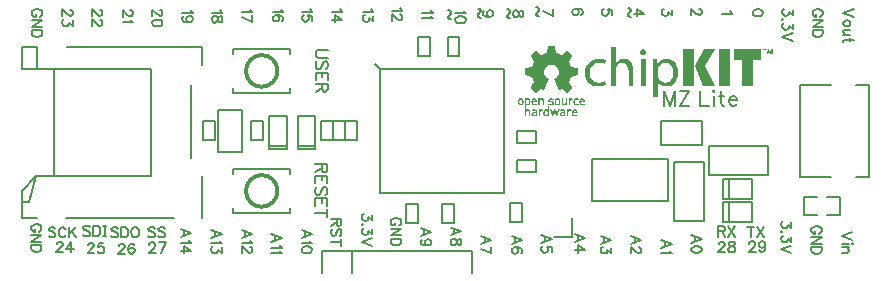
<source format=gto>
G04 start of page 9 for group -4079 idx -4079 *
G04 Title: (unknown), topsilk *
G04 Creator: pcb 1.99z *
G04 CreationDate: Mon Jul 22 15:03:27 2019 UTC *
G04 For: matt *
G04 Format: Gerber/RS-274X *
G04 PCB-Dimensions (mm): 152.40 127.00 *
G04 PCB-Coordinate-Origin: lower left *
%MOMM*%
%FSLAX43Y43*%
%LNTOPSILK*%
%ADD45C,0.300*%
%ADD44C,0.150*%
%ADD43C,0.002*%
%ADD42C,0.140*%
%ADD41C,0.150*%
G54D41*X59690Y57785D02*Y59690D01*
X72390D01*
Y57785D01*
X62230Y59690D02*Y57785D01*
G54D42*X84274Y80118D02*Y79702D01*
Y80118D02*X83899Y80160D01*
X83941Y80118D01*
X83982Y79994D01*
Y79869D01*
X83941Y79744D01*
X83858Y79661D01*
X83733Y79619D01*
X83650D02*X83733D01*
X83650D02*X83525Y79661D01*
X83442Y79744D01*
X83400Y79869D01*
Y79994D02*Y79869D01*
Y79994D02*X83442Y80118D01*
X83483Y80160D01*
X83566Y80202D01*
X81669Y79690D02*X81752Y79732D01*
X81793Y79857D01*
Y79940D02*Y79857D01*
Y79940D02*X81752Y80065D01*
X81627Y80148D01*
X81419Y80189D01*
X81211D02*X81419D01*
X81211D02*X81045Y80148D01*
X80961Y80065D01*
X80920Y79940D01*
Y79898D01*
X80961Y79773D01*
X81045Y79690D01*
X81170Y79649D01*
X81211D01*
X81336Y79690D01*
X81419Y79773D01*
X81460Y79898D01*
Y79940D02*Y79898D01*
Y79940D02*X81419Y80065D01*
X81336Y80148D01*
X81211Y80189D01*
X79274Y79564D02*X78400Y79980D01*
X79274Y80146D02*Y79564D01*
X73916Y79524D02*X73791Y79566D01*
X73708Y79649D01*
X73666Y79774D01*
Y79815D02*Y79774D01*
Y79815D02*X73708Y79940D01*
X73791Y80024D01*
X73916Y80065D01*
X73957D01*
X74082Y80024D01*
X74166Y79940D01*
X74207Y79815D01*
Y79774D01*
X74166Y79649D01*
X74082Y79566D01*
X73916Y79524D01*
X73708D02*X73916D01*
X73708D02*X73500Y79566D01*
X73375Y79649D01*
X73333Y79774D01*
Y79857D02*Y79774D01*
Y79857D02*X73375Y79982D01*
X73458Y80024D01*
X71725Y80027D02*X71767Y79944D01*
X71891Y79819D01*
X71018D02*X71891D01*
Y79307D02*X71850Y79432D01*
X71725Y79515D01*
X71517Y79557D01*
X71392D02*X71517D01*
X71392D02*X71184Y79515D01*
X71059Y79432D01*
X71018Y79307D01*
Y79224D01*
X71059Y79099D01*
X71184Y79016D01*
X71392Y78974D01*
X71517D01*
X71725Y79016D01*
X71850Y79099D01*
X71891Y79224D01*
Y79307D02*Y79224D01*
X68924Y80065D02*X68965Y79982D01*
X69090Y79857D01*
X68216D02*X69090D01*
X68924Y79595D02*X68965Y79512D01*
X69090Y79387D01*
X68216D02*X69090D01*
X72904Y80200D02*X72987D01*
X73112Y80158D01*
X73154Y80075D01*
Y79992D01*
X73112Y79909D01*
X72987Y79742D01*
X72946Y79659D01*
Y79576D01*
X72987Y79493D01*
X73071Y79451D01*
X72987Y80200D02*X73071Y80158D01*
X73112Y80075D01*
Y79992D01*
X73071Y79909D01*
X72946Y79742D01*
X72904Y79659D01*
Y79576D01*
X72946Y79493D01*
X73071Y79451D01*
X73154D01*
X70404Y80050D02*X70487D01*
X70612Y80008D01*
X70654Y79925D01*
Y79842D01*
X70612Y79759D01*
X70487Y79592D01*
X70446Y79509D01*
Y79426D01*
X70487Y79343D01*
X70571Y79301D01*
X70487Y80050D02*X70571Y80008D01*
X70612Y79925D01*
Y79842D01*
X70571Y79759D01*
X70446Y79592D01*
X70404Y79509D01*
Y79426D01*
X70446Y79343D01*
X70571Y79301D01*
X70654D01*
X59472Y76716D02*X60190D01*
X59472D02*X59328Y76668D01*
X59233Y76573D01*
X59184Y76429D01*
Y76333D01*
X59233Y76189D01*
X59328Y76093D01*
X59472Y76046D01*
X60190D01*
X60046Y75073D02*X60142Y75169D01*
X60190Y75313D01*
Y75505D02*Y75313D01*
Y75505D02*X60142Y75648D01*
X60046Y75744D01*
X59951D02*X60046D01*
X59951D02*X59855Y75696D01*
X59807Y75648D01*
X59759Y75552D01*
X59664Y75265D01*
X59616Y75169D01*
X59568Y75122D01*
X59472Y75073D01*
X59328D02*X59472D01*
X59328D02*X59233Y75169D01*
X59184Y75313D01*
Y75505D02*Y75313D01*
Y75505D02*X59233Y75648D01*
X59328Y75744D01*
X59184Y74772D02*X60190D01*
Y74149D01*
X59711Y74772D02*Y74389D01*
X59184Y74772D02*Y74149D01*
Y73847D02*X60190D01*
Y73416D01*
X60142Y73273D01*
X60095Y73225D01*
X59999Y73177D01*
X59903D02*X59999D01*
X59903D02*X59807Y73225D01*
X59759Y73273D01*
X59711Y73416D01*
Y73847D02*Y73416D01*
Y73512D02*X59184Y73177D01*
X77854Y80300D02*X77937D01*
X78062Y80258D01*
X78104Y80175D01*
Y80092D01*
X78062Y80009D01*
X77937Y79842D01*
X77896Y79759D01*
Y79676D01*
X77937Y79593D01*
X78021Y79551D01*
X77937Y80300D02*X78021Y80258D01*
X78062Y80175D01*
Y80092D01*
X78021Y80009D01*
X77896Y79842D01*
X77854Y79759D01*
Y79676D01*
X77896Y79593D01*
X78021Y79551D01*
X78104D01*
X75404Y80150D02*X75487D01*
X75612Y80108D01*
X75654Y80025D01*
Y79942D01*
X75612Y79859D01*
X75487Y79692D01*
X75446Y79609D01*
Y79526D01*
X75487Y79443D01*
X75571Y79401D01*
X75487Y80150D02*X75571Y80108D01*
X75612Y80025D01*
Y79942D01*
X75571Y79859D01*
X75446Y79692D01*
X75404Y79609D01*
Y79526D01*
X75446Y79443D01*
X75571Y79401D01*
X75654D01*
X76764Y79869D02*X76722Y79994D01*
X76639Y80036D01*
X76556D02*X76639D01*
X76556D02*X76473Y79994D01*
X76431Y79911D01*
X76390Y79744D01*
X76348Y79619D01*
X76265Y79536D01*
X76182Y79495D01*
X76057D02*X76182D01*
X76057D02*X75974Y79536D01*
X75932Y79578D01*
X75890Y79703D01*
Y79869D02*Y79703D01*
Y79869D02*X75932Y79994D01*
X75974Y80036D01*
X76057Y80077D01*
X76182D01*
X76265Y80036D01*
X76348Y79953D01*
X76390Y79828D01*
X76431Y79661D01*
X76473Y79578D01*
X76556Y79536D01*
X76639D01*
X76722Y79578D01*
X76764Y79703D01*
Y79869D02*Y79703D01*
X99553Y80091D02*Y79634D01*
X99220Y79883D01*
Y79758D01*
X99179Y79675D01*
X99137Y79634D01*
X99013Y79592D01*
X98930D02*X99013D01*
X98930D02*X98805Y79634D01*
X98721Y79717D01*
X98680Y79842D01*
Y79966D02*Y79842D01*
Y79966D02*X98721Y80091D01*
X98763Y80133D01*
X98846Y80174D01*
X98745Y79288D02*X98703Y79330D01*
X98662Y79288D01*
X98703Y79247D01*
X98745Y79288D01*
X99553Y78902D02*Y78444D01*
X99220Y78694D01*
Y78569D01*
X99179Y78486D01*
X99137Y78444D01*
X99013Y78402D01*
X98930D02*X99013D01*
X98930D02*X98805Y78444D01*
X98721Y78527D01*
X98680Y78652D01*
Y78777D02*Y78652D01*
Y78777D02*X98721Y78902D01*
X98763Y78943D01*
X98846Y78985D01*
X99553Y78140D02*X98680Y77807D01*
X99553Y77474D02*X98680Y77807D01*
X104724Y80163D02*X103850Y79831D01*
X104724Y79498D02*X103850Y79831D01*
X104432Y79028D02*X104391Y79111D01*
X104308Y79194D01*
X104183Y79235D01*
X104100D02*X104183D01*
X104100D02*X103975Y79194D01*
X103892Y79111D01*
X103850Y79028D01*
Y78903D01*
X103892Y78820D01*
X103975Y78737D01*
X104100Y78695D01*
X104183D01*
X104308Y78737D01*
X104391Y78820D01*
X104432Y78903D01*
Y79028D02*Y78903D01*
X104017Y78433D02*X104432D01*
X104017D02*X103892Y78391D01*
X103850Y78308D01*
Y78183D01*
X103892Y78100D01*
X104017Y77975D01*
X103850D02*X104432D01*
X104016Y77588D02*X104724D01*
X104016D02*X103892Y77547D01*
X103850Y77463D01*
Y77380D01*
X104432Y77713D02*Y77422D01*
X101912Y79509D02*X101995Y79551D01*
X102078Y79634D01*
X102120Y79717D01*
Y79884D02*Y79717D01*
Y79884D02*X102078Y79967D01*
X101995Y80050D01*
X101912Y80092D01*
X101787Y80133D01*
X101579D02*X101787D01*
X101579D02*X101454Y80092D01*
X101371Y80050D01*
X101288Y79967D01*
X101246Y79884D01*
Y79717D01*
X101288Y79634D01*
X101371Y79551D01*
X101454Y79509D01*
X101579D01*
Y79717D02*Y79509D01*
X101246Y79247D02*X102120D01*
X101246Y78665D01*
X102120D01*
X101246Y78403D02*X102120D01*
Y78111D01*
X102078Y77986D01*
X101995Y77903D01*
X101912Y77862D01*
X101787Y77820D01*
X101579D02*X101787D01*
X101579D02*X101454Y77862D01*
X101371Y77903D01*
X101288Y77986D01*
X101246Y78111D01*
Y78403D02*Y78111D01*
X97047Y79887D02*X97005Y80012D01*
X96881Y80095D01*
X96673Y80137D01*
X96548D02*X96673D01*
X96548D02*X96340Y80095D01*
X96215Y80012D01*
X96173Y79887D01*
Y79804D01*
X96215Y79679D01*
X96340Y79596D01*
X96548Y79554D01*
X96673D01*
X96881Y79596D01*
X97005Y79679D01*
X97047Y79804D01*
Y79887D02*Y79804D01*
X94292Y79993D02*X94334Y79910D01*
X94459Y79785D01*
X93585D02*X94459D01*
X91657Y80165D02*X91698D01*
X91781Y80124D01*
X91823Y80082D01*
X91865Y79999D01*
Y79833D01*
X91823Y79749D01*
X91781Y79708D01*
X91698Y79666D01*
X91615D02*X91698D01*
X91615D02*X91532Y79708D01*
X91407Y79791D01*
X90991Y80207D01*
Y79625D01*
X89354Y80115D02*Y79657D01*
X89021Y79907D01*
Y79782D01*
X88979Y79699D01*
X88938Y79657D01*
X88813Y79615D01*
X88730D02*X88813D01*
X88730D02*X88605Y79657D01*
X88522Y79740D01*
X88480Y79865D01*
Y79990D02*Y79865D01*
Y79990D02*X88522Y80115D01*
X88563Y80156D01*
X88646Y80198D01*
X86964Y79779D02*X86381Y80195D01*
Y79571D01*
X86090Y79779D02*X86964D01*
X85604Y80250D02*X85687D01*
X85812Y80208D01*
X85854Y80125D01*
Y80042D01*
X85812Y79959D01*
X85687Y79792D01*
X85646Y79709D01*
Y79626D01*
X85687Y79543D01*
X85771Y79501D01*
X85687Y80250D02*X85771Y80208D01*
X85812Y80125D01*
Y80042D01*
X85771Y79959D01*
X85646Y79792D01*
X85604Y79709D01*
Y79626D01*
X85646Y79543D01*
X85771Y79501D01*
X85854D01*
X88675Y73224D02*Y71985D01*
Y73224D02*X89147Y71985D01*
X89620Y73224D02*X89147Y71985D01*
X89620Y73224D02*Y71985D01*
X90818Y73224D02*X89992Y71985D01*
Y73224D02*X90818D01*
X89992Y71985D02*X90818D01*
X91747Y73224D02*Y71985D01*
X92455D01*
X92886Y72814D02*Y71988D01*
X92827Y73227D02*X92886Y73168D01*
X92945Y73227D01*
X92886Y73286D01*
X92827Y73227D01*
X93495Y73224D02*Y72221D01*
X93553Y72044D01*
X93671Y71985D01*
X93790D01*
X93317Y72811D02*X93730D01*
X94161Y72457D02*X94869D01*
Y72575D02*Y72457D01*
Y72575D02*X94810Y72693D01*
X94751Y72752D01*
X94633Y72811D01*
X94456D02*X94633D01*
X94456D02*X94338Y72752D01*
X94220Y72634D01*
X94161Y72457D01*
Y72339D01*
X94220Y72162D01*
X94338Y72044D01*
X94456Y71985D01*
X94633D01*
X94751Y72044D01*
X94869Y72162D01*
X53812Y61149D02*X52938Y61482D01*
X53812Y61149D02*X52938Y60816D01*
X53229Y61357D02*Y60941D01*
X53645Y60554D02*X53687Y60471D01*
X53812Y60346D01*
X52938D02*X53812D01*
X53604Y60043D02*X53645D01*
X53728Y60001D01*
X53770Y59960D01*
X53812Y59876D01*
Y59710D01*
X53770Y59627D01*
X53728Y59585D01*
X53645Y59544D01*
X53562D02*X53645D01*
X53562D02*X53479Y59585D01*
X53354Y59668D01*
X52938Y60084D01*
Y59502D01*
X56312Y60749D02*X55438Y61082D01*
X56312Y60749D02*X55438Y60416D01*
X55729Y60957D02*Y60541D01*
X56145Y60154D02*X56187Y60071D01*
X56312Y59946D01*
X55438D02*X56312D01*
X56145Y59684D02*X56187Y59601D01*
X56312Y59476D01*
X55438D02*X56312D01*
X58862Y61149D02*X57988Y61482D01*
X58862Y61149D02*X57988Y60816D01*
X58279Y61357D02*Y60941D01*
X58695Y60554D02*X58737Y60471D01*
X58862Y60346D01*
X57988D02*X58862D01*
Y59835D02*X58820Y59959D01*
X58695Y60043D01*
X58487Y60084D01*
X58363D02*X58487D01*
X58363D02*X58154Y60043D01*
X58030Y59959D01*
X57988Y59835D01*
Y59751D01*
X58030Y59627D01*
X58154Y59543D01*
X58363Y59502D01*
X58487D01*
X58695Y59543D01*
X58820Y59627D01*
X58862Y59751D01*
Y59835D02*Y59751D01*
X60488Y62417D02*X61362D01*
Y62043D01*
X61320Y61918D01*
X61278Y61876D01*
X61195Y61835D01*
X61112D02*X61195D01*
X61112D02*X61029Y61876D01*
X60987Y61918D01*
X60946Y62043D01*
Y62417D02*Y62043D01*
Y62126D02*X60488Y61835D01*
X61237Y60990D02*X61320Y61074D01*
X61362Y61198D01*
Y61365D02*Y61198D01*
Y61365D02*X61320Y61490D01*
X61237Y61573D01*
X61154D02*X61237D01*
X61154D02*X61070Y61532D01*
X61029Y61490D01*
X60987Y61406D01*
X60904Y61157D01*
X60862Y61074D01*
X60821Y61032D01*
X60738Y60990D01*
X60613D02*X60738D01*
X60613D02*X60530Y61074D01*
X60488Y61198D01*
Y61365D02*Y61198D01*
Y61365D02*X60530Y61490D01*
X60613Y61573D01*
X60488Y60437D02*X61362D01*
Y60728D02*Y60146D01*
X63962Y62734D02*Y62277D01*
X63629Y62526D01*
Y62401D01*
X63587Y62318D01*
X63546Y62277D01*
X63421Y62235D01*
X63338D02*X63421D01*
X63338D02*X63213Y62277D01*
X63130Y62360D01*
X63088Y62485D01*
Y62609D02*Y62485D01*
Y62609D02*X63130Y62734D01*
X63171Y62776D01*
X63254Y62817D01*
X63153Y61931D02*X63112Y61973D01*
X63070Y61931D01*
X63112Y61890D01*
X63153Y61931D01*
X63962Y61545D02*Y61087D01*
X63629Y61337D01*
Y61212D01*
X63587Y61129D01*
X63546Y61087D01*
X63421Y61045D01*
X63338D02*X63421D01*
X63338D02*X63213Y61087D01*
X63130Y61170D01*
X63088Y61295D01*
Y61420D02*Y61295D01*
Y61420D02*X63130Y61545D01*
X63171Y61586D01*
X63254Y61628D01*
X63962Y60783D02*X63088Y60450D01*
X63962Y60117D02*X63088Y60450D01*
X66204Y61843D02*X66287Y61885D01*
X66370Y61968D01*
X66412Y62051D01*
Y62218D02*Y62051D01*
Y62218D02*X66370Y62301D01*
X66287Y62384D01*
X66204Y62426D01*
X66079Y62467D01*
X65871D02*X66079D01*
X65871D02*X65746Y62426D01*
X65663Y62384D01*
X65580Y62301D01*
X65538Y62218D01*
Y62051D01*
X65580Y61968D01*
X65663Y61885D01*
X65746Y61843D01*
X65871D01*
Y62051D02*Y61843D01*
X65538Y61581D02*X66412D01*
X65538Y60999D01*
X66412D01*
X65538Y60737D02*X66412D01*
Y60445D01*
X66370Y60320D01*
X66287Y60237D01*
X66204Y60196D01*
X66079Y60154D01*
X65871D02*X66079D01*
X65871D02*X65746Y60196D01*
X65663Y60237D01*
X65580Y60320D01*
X65538Y60445D01*
Y60737D02*Y60445D01*
X68962Y61284D02*X68088Y61617D01*
X68962Y61284D02*X68088Y60951D01*
X68379Y61492D02*Y61076D01*
X68670Y60149D02*X68546Y60190D01*
X68463Y60273D01*
X68421Y60398D01*
Y60440D02*Y60398D01*
Y60440D02*X68463Y60565D01*
X68546Y60648D01*
X68670Y60689D01*
X68712D01*
X68837Y60648D01*
X68920Y60565D01*
X68962Y60440D01*
Y60398D01*
X68920Y60273D01*
X68837Y60190D01*
X68670Y60149D01*
X68463D02*X68670D01*
X68463D02*X68254Y60190D01*
X68130Y60273D01*
X68088Y60398D01*
Y60481D02*Y60398D01*
Y60481D02*X68130Y60606D01*
X68213Y60648D01*
X71512Y61334D02*X70638Y61667D01*
X71512Y61334D02*X70638Y61001D01*
X70929Y61542D02*Y61126D01*
X71512Y60531D02*X71470Y60656D01*
X71387Y60698D01*
X71304D02*X71387D01*
X71304D02*X71220Y60656D01*
X71179Y60573D01*
X71137Y60407D01*
X71096Y60282D01*
X71013Y60199D01*
X70929Y60157D01*
X70804D02*X70929D01*
X70804D02*X70721Y60199D01*
X70680Y60240D01*
X70638Y60365D01*
Y60531D02*Y60365D01*
Y60531D02*X70680Y60656D01*
X70721Y60698D01*
X70804Y60739D01*
X70929D01*
X71013Y60698D01*
X71096Y60615D01*
X71137Y60490D01*
X71179Y60323D01*
X71220Y60240D01*
X71304Y60199D01*
X71387D01*
X71470Y60240D01*
X71512Y60365D01*
Y60531D02*Y60365D01*
X59149Y67017D02*X60155D01*
Y66586D01*
X60107Y66442D01*
X60059Y66394D01*
X59963Y66346D01*
X59867D02*X59963D01*
X59867D02*X59771Y66394D01*
X59723Y66442D01*
X59675Y66586D01*
Y67017D02*Y66586D01*
Y66682D02*X59149Y66346D01*
Y66045D02*X60155D01*
Y65422D01*
X59675Y66045D02*Y65662D01*
X59149Y66045D02*Y65422D01*
X60011Y64450D02*X60107Y64546D01*
X60155Y64689D01*
Y64881D02*Y64689D01*
Y64881D02*X60107Y65025D01*
X60011Y65120D01*
X59915D02*X60011D01*
X59915D02*X59819Y65073D01*
X59771Y65025D01*
X59723Y64929D01*
X59628Y64641D01*
X59580Y64546D01*
X59532Y64498D01*
X59436Y64450D01*
X59292D02*X59436D01*
X59292D02*X59197Y64546D01*
X59149Y64689D01*
Y64881D02*Y64689D01*
Y64881D02*X59197Y65025D01*
X59292Y65120D01*
X59149Y64148D02*X60155D01*
Y63525D01*
X59675Y64148D02*Y63765D01*
X59149Y64148D02*Y63525D01*
Y62888D02*X60155D01*
Y63224D02*Y62553D01*
X74062Y60649D02*X73188Y60982D01*
X74062Y60649D02*X73188Y60316D01*
X73479Y60857D02*Y60441D01*
X74062Y59472D02*X73188Y59888D01*
X74062Y60054D02*Y59472D01*
X76662Y60599D02*X75788Y60932D01*
X76662Y60599D02*X75788Y60266D01*
X76079Y60807D02*Y60391D01*
X76537Y59505D02*X76620Y59547D01*
X76662Y59672D01*
Y59755D02*Y59672D01*
Y59755D02*X76620Y59880D01*
X76495Y59963D01*
X76287Y60004D01*
X76079D02*X76287D01*
X76079D02*X75913Y59963D01*
X75830Y59880D01*
X75788Y59755D01*
Y59713D01*
X75830Y59588D01*
X75913Y59505D01*
X76038Y59464D01*
X76079D01*
X76204Y59505D01*
X76287Y59588D01*
X76329Y59713D01*
Y59755D02*Y59713D01*
Y59755D02*X76287Y59880D01*
X76204Y59963D01*
X76079Y60004D01*
X79162Y60699D02*X78288Y61032D01*
X79162Y60699D02*X78288Y60366D01*
X78579Y60907D02*Y60491D01*
X79162Y60021D02*Y59605D01*
Y60021D02*X78787Y60063D01*
X78829Y60021D01*
X78870Y59896D01*
Y59771D01*
X78829Y59647D01*
X78746Y59564D01*
X78621Y59522D01*
X78538D02*X78621D01*
X78538D02*X78413Y59564D01*
X78330Y59647D01*
X78288Y59771D01*
Y59896D02*Y59771D01*
Y59896D02*X78330Y60021D01*
X78371Y60063D01*
X78454Y60104D01*
X82012Y60749D02*X81138Y61082D01*
X82012Y60749D02*X81138Y60416D01*
X81429Y60957D02*Y60541D01*
X82012Y59738D02*X81429Y60154D01*
Y59531D01*
X81138Y59738D02*X82012D01*
X84212Y60649D02*X83338Y60982D01*
X84212Y60649D02*X83338Y60316D01*
X83629Y60857D02*Y60441D01*
X84212Y59971D02*Y59514D01*
X83879Y59763D01*
Y59638D01*
X83837Y59555D01*
X83796Y59514D01*
X83671Y59472D01*
X83588D02*X83671D01*
X83588D02*X83463Y59514D01*
X83380Y59597D01*
X83338Y59722D01*
Y59846D02*Y59722D01*
Y59846D02*X83380Y59971D01*
X83421Y60013D01*
X83504Y60054D01*
X86762Y60649D02*X85888Y60982D01*
X86762Y60649D02*X85888Y60316D01*
X86179Y60857D02*Y60441D01*
X86554Y60013D02*X86595D01*
X86678Y59971D01*
X86720Y59930D01*
X86762Y59846D01*
Y59680D01*
X86720Y59597D01*
X86678Y59555D01*
X86595Y59514D01*
X86512D02*X86595D01*
X86512D02*X86429Y59555D01*
X86304Y59638D01*
X85888Y60054D01*
Y59472D01*
X89312Y60299D02*X88438Y60632D01*
X89312Y60299D02*X88438Y59966D01*
X88729Y60507D02*Y60091D01*
X89145Y59704D02*X89187Y59621D01*
X89312Y59496D01*
X88438D02*X89312D01*
X91862Y60699D02*X90988Y61032D01*
X91862Y60699D02*X90988Y60366D01*
X91279Y60907D02*Y60491D01*
X91862Y59855D02*X91820Y59979D01*
X91695Y60063D01*
X91487Y60104D01*
X91363D02*X91487D01*
X91363D02*X91154Y60063D01*
X91030Y59979D01*
X90988Y59855D01*
Y59771D01*
X91030Y59647D01*
X91154Y59564D01*
X91363Y59522D01*
X91487D01*
X91695Y59564D01*
X91820Y59647D01*
X91862Y59771D01*
Y59855D02*Y59771D01*
X93309Y60295D02*Y60254D01*
Y60295D02*X93351Y60378D01*
X93392Y60420D01*
X93476Y60462D01*
X93642D01*
X93725Y60420D01*
X93767Y60378D01*
X93808Y60295D01*
Y60212D01*
X93767Y60129D01*
X93684Y60004D01*
X93268Y59588D01*
X93850D01*
X94320Y60462D02*X94195Y60420D01*
X94154Y60337D01*
Y60254D01*
X94195Y60170D01*
X94278Y60129D01*
X94445Y60087D01*
X94570Y60046D01*
X94653Y59963D01*
X94695Y59879D01*
Y59754D01*
X94653Y59671D01*
X94611Y59630D01*
X94486Y59588D01*
X94320D02*X94486D01*
X94320D02*X94195Y59630D01*
X94154Y59671D01*
X94112Y59754D01*
Y59879D02*Y59754D01*
Y59879D02*X94154Y59963D01*
X94237Y60046D01*
X94362Y60087D01*
X94528Y60129D01*
X94611Y60170D01*
X94653Y60254D01*
Y60337D02*Y60254D01*
Y60337D02*X94611Y60420D01*
X94486Y60462D01*
X94320D02*X94486D01*
X95909Y60345D02*Y60304D01*
Y60345D02*X95951Y60428D01*
X95992Y60470D01*
X96076Y60512D01*
X96242D01*
X96325Y60470D01*
X96367Y60428D01*
X96408Y60345D01*
Y60262D01*
X96367Y60179D01*
X96284Y60054D01*
X95868Y59638D01*
X96450D01*
X97253Y60220D02*X97211Y60096D01*
X97128Y60013D01*
X97003Y59971D01*
X96962D02*X97003D01*
X96962D02*X96837Y60013D01*
X96754Y60096D01*
X96712Y60220D01*
Y60262D02*Y60220D01*
Y60262D02*X96754Y60387D01*
X96837Y60470D01*
X96962Y60512D01*
X97003D01*
X97128Y60470D01*
X97211Y60387D01*
X97253Y60220D01*
Y60013D01*
X97211Y59804D01*
X97128Y59680D01*
X97003Y59638D01*
X96920D02*X97003D01*
X96920D02*X96795Y59680D01*
X96754Y59763D01*
X99462Y62099D02*Y61642D01*
X99129Y61891D01*
Y61766D01*
X99087Y61683D01*
X99046Y61642D01*
X98921Y61600D01*
X98838D02*X98921D01*
X98838D02*X98713Y61642D01*
X98630Y61725D01*
X98588Y61850D01*
Y61974D02*Y61850D01*
Y61974D02*X98630Y62099D01*
X98671Y62141D01*
X98754Y62182D01*
X98653Y61296D02*X98612Y61338D01*
X98570Y61296D01*
X98612Y61255D01*
X98653Y61296D01*
X99462Y60910D02*Y60452D01*
X99129Y60702D01*
Y60577D01*
X99087Y60494D01*
X99046Y60452D01*
X98921Y60410D01*
X98838D02*X98921D01*
X98838D02*X98713Y60452D01*
X98630Y60535D01*
X98588Y60660D01*
Y60785D02*Y60660D01*
Y60785D02*X98630Y60910D01*
X98671Y60951D01*
X98754Y60993D01*
X99462Y60148D02*X98588Y59815D01*
X99462Y59482D02*X98588Y59815D01*
X101804Y61158D02*X101887Y61200D01*
X101970Y61283D01*
X102012Y61366D01*
Y61533D02*Y61366D01*
Y61533D02*X101970Y61616D01*
X101887Y61699D01*
X101804Y61741D01*
X101679Y61782D01*
X101471D02*X101679D01*
X101471D02*X101346Y61741D01*
X101263Y61699D01*
X101180Y61616D01*
X101138Y61533D01*
Y61366D01*
X101180Y61283D01*
X101263Y61200D01*
X101346Y61158D01*
X101471D01*
Y61366D02*Y61158D01*
X101138Y60896D02*X102012D01*
X101138Y60314D01*
X102012D01*
X101138Y60052D02*X102012D01*
Y59760D01*
X101970Y59635D01*
X101887Y59552D01*
X101804Y59511D01*
X101679Y59469D01*
X101471D02*X101679D01*
X101471D02*X101346Y59511D01*
X101263Y59552D01*
X101180Y59635D01*
X101138Y59760D01*
Y60052D02*Y59760D01*
X96009Y61712D02*Y60838D01*
X95718Y61712D02*X96300D01*
X96562D02*X97145Y60838D01*
Y61712D02*X96562Y60838D01*
X93268Y61762D02*Y60888D01*
Y61762D02*X93642D01*
X93767Y61720D01*
X93809Y61678D01*
X93850Y61595D01*
Y61512D01*
X93809Y61429D01*
X93767Y61387D01*
X93642Y61346D01*
X93268D02*X93642D01*
X93559D02*X93850Y60888D01*
X94112Y61762D02*X94695Y60888D01*
Y61762D02*X94112Y60888D01*
X104612Y61282D02*X103738Y60950D01*
X104612Y60616D02*X103738Y60950D01*
X103740Y60313D02*X104322D01*
X104614Y60354D02*X104572Y60313D01*
X104614Y60271D01*
X104655Y60313D01*
X104614Y60354D01*
X103738Y60009D02*X104320D01*
X104154D02*X104279Y59884D01*
X104320Y59801D01*
Y59676D01*
X104279Y59593D01*
X104154Y59551D01*
X103738D02*X104154D01*
X66360Y80239D02*X66402Y80156D01*
X66526Y80031D01*
X65653D02*X66526D01*
X66318Y79728D02*X66360D01*
X66443Y79686D01*
X66485Y79645D01*
X66526Y79561D01*
Y79395D01*
X66485Y79312D01*
X66443Y79270D01*
X66360Y79229D01*
X66277D02*X66360D01*
X66277D02*X66193Y79270D01*
X66069Y79353D01*
X65653Y79769D01*
Y79187D01*
X63871Y80139D02*X63912Y80056D01*
X64037Y79931D01*
X63163D02*X64037D01*
Y79586D02*Y79129D01*
X63704Y79378D01*
Y79253D01*
X63663Y79170D01*
X63621Y79129D01*
X63496Y79087D01*
X63413D02*X63496D01*
X63413D02*X63288Y79129D01*
X63205Y79212D01*
X63163Y79337D01*
Y79461D02*Y79337D01*
Y79461D02*X63205Y79586D01*
X63247Y79628D01*
X63330Y79669D01*
X61271Y80140D02*X61312Y80057D01*
X61437Y79932D01*
X60563D02*X61437D01*
Y79254D02*X60855Y79670D01*
Y79046D01*
X60563Y79254D02*X61437D01*
X58733Y80145D02*X58774Y80062D01*
X58899Y79937D01*
X58025D02*X58899D01*
Y79592D02*Y79176D01*
Y79592D02*X58525Y79633D01*
X58566Y79592D01*
X58608Y79467D01*
Y79342D01*
X58566Y79217D01*
X58483Y79134D01*
X58358Y79092D01*
X58275D02*X58358D01*
X58275D02*X58150Y79134D01*
X58067Y79217D01*
X58025Y79342D01*
Y79467D02*Y79342D01*
Y79467D02*X58067Y79592D01*
X58109Y79633D01*
X58192Y79675D01*
X56248Y80127D02*X56290Y80044D01*
X56414Y79919D01*
X55540D02*X56414D01*
X56290Y79158D02*X56373Y79199D01*
X56414Y79324D01*
Y79407D02*Y79324D01*
Y79407D02*X56373Y79532D01*
X56248Y79615D01*
X56040Y79657D01*
X55832D02*X56040D01*
X55832D02*X55665Y79615D01*
X55582Y79532D01*
X55540Y79407D01*
Y79366D01*
X55582Y79241D01*
X55665Y79158D01*
X55790Y79116D01*
X55832D01*
X55957Y79158D01*
X56040Y79241D01*
X56081Y79366D01*
Y79407D02*Y79366D01*
Y79407D02*X56040Y79532D01*
X55957Y79615D01*
X55832Y79657D01*
X53659Y80120D02*X53700Y80037D01*
X53825Y79912D01*
X52951D02*X53825D01*
Y79068D02*X52951Y79484D01*
X53825Y79650D02*Y79068D01*
X51114Y80077D02*X51156Y79994D01*
X51280Y79869D01*
X50407D02*X51280D01*
Y79399D02*X51239Y79524D01*
X51156Y79565D01*
X51072D02*X51156D01*
X51072D02*X50989Y79524D01*
X50947Y79441D01*
X50906Y79274D01*
X50864Y79149D01*
X50781Y79066D01*
X50698Y79025D01*
X50573D02*X50698D01*
X50573D02*X50490Y79066D01*
X50448Y79108D01*
X50407Y79233D01*
Y79399D02*Y79233D01*
Y79399D02*X50448Y79524D01*
X50490Y79565D01*
X50573Y79607D01*
X50698D01*
X50781Y79565D01*
X50864Y79482D01*
X50906Y79358D01*
X50947Y79191D01*
X50989Y79108D01*
X51072Y79066D01*
X51156D01*
X51239Y79108D01*
X51280Y79233D01*
Y79399D02*Y79233D01*
X48594Y80077D02*X48635Y79994D01*
X48760Y79869D01*
X47886D02*X48760D01*
X48469Y79066D02*X48344Y79108D01*
X48261Y79191D01*
X48219Y79316D01*
Y79358D02*Y79316D01*
Y79358D02*X48261Y79482D01*
X48344Y79566D01*
X48469Y79607D01*
X48511D01*
X48635Y79566D01*
X48719Y79482D01*
X48760Y79358D01*
Y79316D01*
X48719Y79191D01*
X48635Y79108D01*
X48469Y79066D01*
X48261D02*X48469D01*
X48261D02*X48053Y79108D01*
X47928Y79191D01*
X47886Y79316D01*
Y79399D02*Y79316D01*
Y79399D02*X47928Y79524D01*
X48011Y79566D01*
X46002Y80086D02*X46044D01*
X46127Y80044D01*
X46168Y80003D01*
X46210Y79919D01*
Y79753D01*
X46168Y79669D01*
X46127Y79628D01*
X46044Y79586D01*
X45960D02*X46044D01*
X45960D02*X45877Y79628D01*
X45752Y79711D01*
X45336Y80127D01*
Y79545D01*
X46210Y79033D02*X46168Y79158D01*
X46044Y79241D01*
X45836Y79283D01*
X45711D02*X45836D01*
X45711D02*X45503Y79241D01*
X45378Y79158D01*
X45336Y79033D01*
Y78950D01*
X45378Y78825D01*
X45503Y78742D01*
X45711Y78700D01*
X45836D01*
X46044Y78742D01*
X46168Y78825D01*
X46210Y78950D01*
Y79033D02*Y78950D01*
X43494Y80073D02*X43536D01*
X43619Y80032D01*
X43660Y79990D01*
X43702Y79907D01*
Y79741D01*
X43660Y79657D01*
X43619Y79616D01*
X43536Y79574D01*
X43452D02*X43536D01*
X43452D02*X43369Y79616D01*
X43244Y79699D01*
X42828Y80115D01*
Y79532D01*
X43536Y79270D02*X43577Y79187D01*
X43702Y79062D01*
X42828D02*X43702D01*
X40898Y80104D02*X40940D01*
X41023Y80063D01*
X41065Y80021D01*
X41106Y79938D01*
Y79772D01*
X41065Y79688D01*
X41023Y79647D01*
X40940Y79605D01*
X40856D02*X40940D01*
X40856D02*X40773Y79647D01*
X40648Y79730D01*
X40232Y80146D01*
Y79564D01*
X40898Y79260D02*X40940D01*
X41023Y79218D01*
X41065Y79177D01*
X41106Y79093D01*
Y78927D01*
X41065Y78844D01*
X41023Y78802D01*
X40940Y78761D01*
X40856D02*X40940D01*
X40856D02*X40773Y78802D01*
X40648Y78885D01*
X40232Y79301D01*
Y78719D01*
X35804Y79508D02*X35887Y79550D01*
X35970Y79633D01*
X36012Y79716D01*
Y79883D02*Y79716D01*
Y79883D02*X35970Y79966D01*
X35887Y80049D01*
X35804Y80091D01*
X35679Y80132D01*
X35471D02*X35679D01*
X35471D02*X35346Y80091D01*
X35263Y80049D01*
X35180Y79966D01*
X35138Y79883D01*
Y79716D01*
X35180Y79633D01*
X35263Y79550D01*
X35346Y79508D01*
X35471D01*
Y79716D02*Y79508D01*
X35138Y79246D02*X36012D01*
X35138Y78664D01*
X36012D01*
X35138Y78402D02*X36012D01*
Y78110D01*
X35970Y77985D01*
X35887Y77902D01*
X35804Y77861D01*
X35679Y77819D01*
X35471D02*X35679D01*
X35471D02*X35346Y77861D01*
X35263Y77902D01*
X35180Y77985D01*
X35138Y78110D01*
Y78402D02*Y78110D01*
X38396Y80104D02*X38437D01*
X38520Y80063D01*
X38562Y80021D01*
X38604Y79938D01*
Y79772D01*
X38562Y79688D01*
X38520Y79647D01*
X38437Y79605D01*
X38354D02*X38437D01*
X38354D02*X38271Y79647D01*
X38146Y79730D01*
X37730Y80146D01*
Y79564D01*
X38604Y79218D02*Y78761D01*
X38271Y79010D01*
Y78885D01*
X38229Y78802D01*
X38188Y78761D01*
X38063Y78719D01*
X37980D02*X38063D01*
X37980D02*X37855Y78761D01*
X37772Y78844D01*
X37730Y78969D01*
Y79093D02*Y78969D01*
Y79093D02*X37772Y79218D01*
X37813Y79260D01*
X37896Y79301D01*
X35754Y61308D02*X35837Y61350D01*
X35920Y61433D01*
X35962Y61516D01*
Y61683D02*Y61516D01*
Y61683D02*X35920Y61766D01*
X35837Y61849D01*
X35754Y61891D01*
X35629Y61932D01*
X35421D02*X35629D01*
X35421D02*X35296Y61891D01*
X35213Y61849D01*
X35130Y61766D01*
X35088Y61683D01*
Y61516D01*
X35130Y61433D01*
X35213Y61350D01*
X35296Y61308D01*
X35421D01*
Y61516D02*Y61308D01*
X35088Y61046D02*X35962D01*
X35088Y60464D01*
X35962D01*
X35088Y60202D02*X35962D01*
Y59910D01*
X35920Y59785D01*
X35837Y59702D01*
X35754Y59661D01*
X35629Y59619D01*
X35421D02*X35629D01*
X35421D02*X35296Y59661D01*
X35213Y59702D01*
X35130Y59785D01*
X35088Y59910D01*
Y60202D02*Y59910D01*
X37150Y61587D02*X37067Y61670D01*
X36942Y61712D01*
X36776D02*X36942D01*
X36776D02*X36651Y61670D01*
X36568Y61587D01*
Y61504D01*
X36609Y61420D01*
X36651Y61379D01*
X36734Y61337D01*
X36984Y61254D01*
X37067Y61212D01*
X37108Y61171D01*
X37150Y61088D01*
Y60963D01*
X37067Y60880D01*
X36942Y60838D01*
X36776D02*X36942D01*
X36776D02*X36651Y60880D01*
X36568Y60963D01*
X38036Y61504D02*X37995Y61587D01*
X37911Y61670D01*
X37828Y61712D01*
X37662D02*X37828D01*
X37662D02*X37579Y61670D01*
X37495Y61587D01*
X37454Y61504D01*
X37412Y61379D01*
Y61171D01*
X37454Y61046D01*
X37495Y60963D01*
X37579Y60880D01*
X37662Y60838D01*
X37828D01*
X37911Y60880D01*
X37995Y60963D01*
X38036Y61046D01*
X38298Y61712D02*Y60838D01*
X38881Y61712D02*X38298Y61129D01*
X38506Y61337D02*X38881Y60838D01*
X37259Y60295D02*Y60254D01*
Y60295D02*X37301Y60378D01*
X37342Y60420D01*
X37426Y60462D01*
X37592D01*
X37675Y60420D01*
X37717Y60378D01*
X37758Y60295D01*
Y60212D01*
X37717Y60129D01*
X37634Y60004D01*
X37218Y59588D01*
X37800D01*
X38478Y60462D02*X38062Y59879D01*
X38686D01*
X38478Y60462D02*Y59588D01*
X40100Y61687D02*X40017Y61770D01*
X39892Y61812D01*
X39726D02*X39892D01*
X39726D02*X39601Y61770D01*
X39518Y61687D01*
Y61604D01*
X39559Y61520D01*
X39601Y61479D01*
X39684Y61437D01*
X39934Y61354D01*
X40017Y61312D01*
X40058Y61271D01*
X40100Y61188D01*
Y61063D01*
X40017Y60980D01*
X39892Y60938D01*
X39726D02*X39892D01*
X39726D02*X39601Y60980D01*
X39518Y61063D01*
X40362Y61812D02*Y60938D01*
Y61812D02*X40654D01*
X40778Y61770D01*
X40862Y61687D01*
X40903Y61604D01*
X40945Y61479D01*
Y61271D01*
X40903Y61146D01*
X40862Y61063D01*
X40778Y60980D01*
X40654Y60938D01*
X40362D02*X40654D01*
X41207Y61812D02*X41425D01*
X41316D02*Y60938D01*
X41207D02*X41425D01*
X42450Y61587D02*X42367Y61670D01*
X42242Y61712D01*
X42076D02*X42242D01*
X42076D02*X41951Y61670D01*
X41868Y61587D01*
Y61504D01*
X41909Y61420D01*
X41951Y61379D01*
X42034Y61337D01*
X42284Y61254D01*
X42367Y61212D01*
X42408Y61171D01*
X42450Y61088D01*
Y60963D01*
X42367Y60880D01*
X42242Y60838D01*
X42076D02*X42242D01*
X42076D02*X41951Y60880D01*
X41868Y60963D01*
X42712Y61712D02*Y60838D01*
Y61712D02*X43004D01*
X43128Y61670D01*
X43212Y61587D01*
X43253Y61504D01*
X43295Y61379D01*
Y61171D01*
X43253Y61046D01*
X43212Y60963D01*
X43128Y60880D01*
X43004Y60838D01*
X42712D02*X43004D01*
X43806Y61712D02*X43723Y61670D01*
X43640Y61587D01*
X43598Y61504D01*
X43557Y61379D01*
Y61171D01*
X43598Y61046D01*
Y61046D02*X43640Y60963D01*
X43723Y60880D01*
X43806Y60838D01*
X43973D01*
X44056Y60880D01*
X44139Y60963D01*
X44181Y61046D01*
X44222Y61171D01*
Y61379D02*Y61171D01*
Y61379D02*X44181Y61504D01*
X44139Y61587D01*
X44056Y61670D01*
X43973Y61712D01*
X43806D02*X43973D01*
X39909Y60195D02*Y60154D01*
Y60195D02*X39951Y60278D01*
X39992Y60320D01*
X40076Y60362D01*
X40242D01*
X40325Y60320D01*
X40367Y60278D01*
X40408Y60195D01*
Y60112D01*
X40367Y60029D01*
X40284Y59904D01*
X39868Y59488D01*
X40450D01*
X40795Y60362D02*X41212D01*
X40795D02*X40754Y59987D01*
X40795Y60029D01*
X40920Y60070D01*
X41045D01*
X41170Y60029D01*
X41253Y59946D01*
X41295Y59821D01*
Y59738D01*
X41253Y59613D01*
X41170Y59530D01*
X41045Y59488D01*
X40920D02*X41045D01*
X40920D02*X40795Y59530D01*
X40754Y59571D01*
X40712Y59654D01*
X42509Y60145D02*Y60104D01*
Y60145D02*X42551Y60228D01*
X42592Y60270D01*
X42676Y60312D01*
X42842D01*
X42925Y60270D01*
X42967Y60228D01*
X43008Y60145D01*
Y60062D01*
X42967Y59979D01*
X42884Y59854D01*
X42468Y59438D01*
X43050D01*
X43811Y60187D02*X43770Y60270D01*
X43645Y60312D01*
X43562D02*X43645D01*
X43562D02*X43437Y60270D01*
X43354Y60145D01*
X43312Y59937D01*
Y59729D01*
X43354Y59563D01*
X43437Y59480D01*
X43562Y59438D01*
X43603D01*
X43728Y59480D01*
X43811Y59563D01*
X43853Y59688D01*
Y59729D02*Y59688D01*
Y59729D02*X43811Y59854D01*
X43728Y59937D01*
X43603Y59979D01*
X43562D02*X43603D01*
X43562D02*X43437Y59937D01*
X43354Y59854D01*
X43312Y59729D01*
X45109Y60245D02*Y60204D01*
Y60245D02*X45151Y60328D01*
X45192Y60370D01*
X45276Y60412D01*
X45442D01*
X45525Y60370D01*
X45567Y60328D01*
X45608Y60245D01*
Y60162D01*
X45567Y60079D01*
X45484Y59954D01*
X45068Y59538D01*
X45650D01*
X46495Y60412D02*X46078Y59538D01*
X45912Y60412D02*X46495D01*
X45600Y61587D02*X45517Y61670D01*
X45392Y61712D01*
X45226D02*X45392D01*
X45226D02*X45101Y61670D01*
X45018Y61587D01*
Y61504D01*
X45059Y61420D01*
X45101Y61379D01*
X45184Y61337D01*
X45434Y61254D01*
X45517Y61212D01*
X45558Y61171D01*
X45600Y61088D01*
Y60963D01*
X45517Y60880D01*
X45392Y60838D01*
X45226D02*X45392D01*
X45226D02*X45101Y60880D01*
X45018Y60963D01*
X46445Y61587D02*X46361Y61670D01*
X46237Y61712D01*
X46070D02*X46237D01*
X46070D02*X45945Y61670D01*
X45862Y61587D01*
Y61504D01*
X45904Y61420D01*
X45945Y61379D01*
X46029Y61337D01*
X46278Y61254D01*
X46361Y61212D01*
X46403Y61171D01*
X46445Y61088D01*
Y60963D01*
X46361Y60880D01*
X46237Y60838D01*
X46070D02*X46237D01*
X46070D02*X45945Y60880D01*
X45862Y60963D01*
X48612Y61199D02*X47738Y61532D01*
X48612Y61199D02*X47738Y60866D01*
X48029Y61407D02*Y60991D01*
X48445Y60604D02*X48487Y60521D01*
X48612Y60396D01*
X47738D02*X48612D01*
Y59718D02*X48029Y60134D01*
Y59510D01*
X47738Y59718D02*X48612D01*
X51212Y61149D02*X50338Y61482D01*
X51212Y61149D02*X50338Y60816D01*
X50629Y61357D02*Y60941D01*
X51045Y60554D02*X51087Y60471D01*
X51212Y60346D01*
X50338D02*X51212D01*
Y60001D02*Y59544D01*
X50879Y59793D01*
Y59668D01*
X50837Y59585D01*
X50796Y59544D01*
X50671Y59502D01*
X50588D02*X50671D01*
X50588D02*X50463Y59544D01*
X50380Y59627D01*
X50338Y59752D01*
Y59876D02*Y59752D01*
Y59876D02*X50380Y60001D01*
X50421Y60043D01*
X50504Y60084D01*
G54D43*G36*
X81343Y75165D02*X81364Y75144D01*
Y74570D01*
X81343Y74548D01*
X81340Y74548D01*
X80809Y74449D01*
X80806Y74449D01*
X80779Y74424D01*
X80778Y74421D01*
X80612Y74008D01*
X80611Y74005D01*
X80614Y73968D01*
X80616Y73965D01*
X80917Y73527D01*
X80919Y73524D01*
X80916Y73491D01*
X80518Y73093D01*
X80515Y73091D01*
X80483Y73088D01*
X80480Y73090D01*
X80049Y73386D01*
X80046Y73388D01*
X80010Y73389D01*
X80007Y73387D01*
X79817Y73286D01*
X79814Y73284D01*
X79787Y73294D01*
X79786Y73297D01*
X79394Y74245D01*
X79393Y74248D01*
X79403Y74278D01*
X79406Y74280D01*
X79453Y74309D01*
X79455Y74311D01*
X79481Y74330D01*
X79483Y74332D01*
X79515Y74352D01*
X79600Y74429D01*
X79690Y74552D01*
X79748Y74695D01*
X79769Y74814D01*
Y74885D01*
X79756Y74978D01*
X79720Y75095D01*
X79663Y75200D01*
X79587Y75291D01*
X79496Y75367D01*
X79391Y75424D01*
X79274Y75460D01*
X79181Y75472D01*
X79119D01*
X79025Y75460D01*
X78909Y75424D01*
X78804Y75367D01*
X78712Y75291D01*
X78637Y75200D01*
X78580Y75095D01*
X78544Y74978D01*
X78531Y74885D01*
Y74814D01*
X78552Y74695D01*
X78609Y74552D01*
X78700Y74429D01*
X78785Y74353D01*
X78817Y74332D01*
X78819Y74330D01*
X78844Y74311D01*
X78847Y74309D01*
X78894Y74280D01*
X78897Y74278D01*
X78907Y74248D01*
X78906Y74245D01*
X78514Y73297D01*
X78512Y73294D01*
X78485Y73284D01*
X78482Y73286D01*
X78292Y73387D01*
X78289Y73389D01*
X78254Y73388D01*
X78251Y73386D01*
X77820Y73090D01*
X77817Y73088D01*
X77784Y73091D01*
X77384Y73491D01*
X77381Y73524D01*
X77383Y73527D01*
X77684Y73966D01*
X77686Y73968D01*
X77689Y74005D01*
X77687Y74008D01*
X77522Y74421D01*
X77521Y74425D01*
X77494Y74449D01*
X77490Y74449D01*
X76960Y74548D01*
X76957Y74548D01*
X76936Y74570D01*
Y75144D01*
X76957Y75165D01*
X76960Y75166D01*
X77504Y75267D01*
X77507Y75267D01*
X77534Y75291D01*
X77536Y75294D01*
X77702Y75683D01*
X77704Y75686D01*
X77702Y75722D01*
X77700Y75725D01*
X77383Y76187D01*
X77381Y76190D01*
X77384Y76222D01*
X77386Y76224D01*
X77782Y76620D01*
X77784Y76622D01*
X77817Y76626D01*
X77820Y76624D01*
X78290Y76301D01*
X78292Y76299D01*
X78329Y76297D01*
X78332Y76298D01*
X78709Y76452D01*
X78712Y76454D01*
X78736Y76481D01*
X78736Y76484D01*
X78841Y77047D01*
X78842Y77050D01*
X78863Y77071D01*
X79437D01*
X79458Y77050D01*
X79459Y77047D01*
X79563Y76484D01*
X79564Y76481D01*
X79588Y76454D01*
X79591Y76452D01*
X79968Y76298D01*
X79971Y76297D01*
X80007Y76299D01*
X80010Y76301D01*
X80480Y76624D01*
X80483Y76626D01*
X80515Y76622D01*
X80913Y76224D01*
X80916Y76222D01*
X80919Y76190D01*
X80917Y76187D01*
X80600Y75725D01*
X80598Y75722D01*
X80596Y75686D01*
X80597Y75683D01*
X80764Y75294D01*
X80765Y75291D01*
X80793Y75267D01*
X80796Y75267D01*
X81340Y75166D01*
X81343Y75165D01*
G37*
G36*
X80210Y71144D02*X80208D01*
X80181Y71214D01*
X80204Y71245D01*
X80210Y71286D01*
Y71344D01*
X80048D01*
X79990Y71324D01*
X79964Y71285D01*
Y71259D01*
X79990Y71220D01*
X80055Y71197D01*
X80093D01*
X80140Y71200D01*
X80181Y71214D01*
X80208Y71144D01*
X80202Y71134D01*
X80156Y71099D01*
X80085Y71085D01*
X80039D01*
X79973Y71099D01*
X79907Y71137D01*
X79866Y71195D01*
X79852Y71248D01*
Y71283D01*
X79864Y71334D01*
X79901Y71390D01*
X79961Y71428D01*
X80024Y71442D01*
X80210D01*
Y71519D01*
X80182Y71563D01*
X80112Y71580D01*
X80071D01*
X80017Y71570D01*
X79981Y71543D01*
X79976Y71534D01*
X79882Y71606D01*
X79894Y71622D01*
X79966Y71673D01*
X80054Y71693D01*
X80108D01*
X80183Y71683D01*
X80261Y71650D01*
X80312Y71589D01*
X80330Y71520D01*
Y71092D01*
X80210D01*
Y71144D01*
G37*
G36*
X80461Y71686D02*X80581D01*
Y71622D01*
X80583D01*
X80592Y71634D01*
X80651Y71675D01*
X80716Y71693D01*
X80766D01*
X80853Y71654D01*
X80862Y71647D01*
X80775Y71544D01*
X80768Y71549D01*
X80716Y71573D01*
X80677D01*
X80617Y71544D01*
X80581Y71473D01*
Y71092D01*
X80461D01*
Y71686D01*
G37*
G36*
X80983Y71344D02*Y71442D01*
X81234D01*
X81233Y71464D01*
X81196Y71545D01*
X81131Y71580D01*
X81087D01*
X81021Y71545D01*
X80984Y71464D01*
X80983Y71442D01*
Y71316D01*
X81024Y71234D01*
X81100Y71197D01*
X81142D01*
X81194Y71212D01*
X81246Y71246D01*
X81255Y71254D01*
X81342Y71181D01*
X81327Y71164D01*
X81242Y71107D01*
X81156Y71085D01*
X81104D01*
X81035Y71098D01*
X80950Y71145D01*
X80888Y71237D01*
X80864Y71350D01*
Y71423D01*
X80886Y71532D01*
X80943Y71626D01*
X81022Y71677D01*
X81087Y71693D01*
X81132D01*
X81202Y71675D01*
X81280Y71625D01*
X81334Y71546D01*
X81354Y71468D01*
Y71344D01*
X80983D01*
G37*
G36*
X81628Y72282D02*Y72380D01*
X81879D01*
X81878Y72402D01*
X81841Y72483D01*
X81775Y72518D01*
X81731D01*
X81665Y72483D01*
X81628Y72402D01*
X81628Y72380D01*
Y72254D01*
X81668Y72172D01*
X81744Y72135D01*
X81787D01*
X81838Y72150D01*
X81891Y72184D01*
X81900Y72192D01*
X81986Y72119D01*
X81972Y72102D01*
X81887Y72045D01*
X81801Y72023D01*
X81749D01*
X81679Y72036D01*
X81594Y72082D01*
X81532Y72175D01*
X81508Y72288D01*
Y72361D01*
X81530Y72470D01*
X81588Y72564D01*
X81666Y72615D01*
X81732Y72631D01*
X81777D01*
X81847Y72613D01*
X81925Y72563D01*
X81978Y72484D01*
X81998Y72406D01*
Y72282D01*
X81628D01*
G37*
G36*
X81478Y72126D02*X81465Y72111D01*
X81386Y72052D01*
X81295Y72023D01*
X81240D01*
X81165Y72040D01*
X81079Y72093D01*
X81018Y72187D01*
X80996Y72292D01*
Y72361D01*
X81018Y72466D01*
X81079Y72560D01*
X81165Y72614D01*
X81240Y72631D01*
X81295D01*
X81386Y72602D01*
X81465Y72542D01*
X81478Y72528D01*
X81390Y72449D01*
X81383Y72458D01*
X81337Y72494D01*
X81287Y72511D01*
X81253D01*
X81204Y72501D01*
X81156Y72468D01*
X81125Y72410D01*
X81115Y72347D01*
Y72305D01*
X81126Y72243D01*
X81156Y72186D01*
X81204Y72153D01*
X81253Y72142D01*
X81287D01*
X81337Y72160D01*
X81383Y72195D01*
X81390Y72204D01*
X81478Y72126D01*
G37*
G36*
X79412Y72363D02*X79427Y72470D01*
X79465Y72542D01*
X79477Y72554D01*
X79485Y72564D01*
X79544Y72606D01*
X79629Y72631D01*
X79685D01*
X79770Y72606D01*
X79829Y72564D01*
X79837Y72554D01*
X79849Y72542D01*
X79887Y72470D01*
X79902Y72363D01*
Y72291D01*
X79887Y72184D01*
X79849Y72112D01*
X79837Y72099D01*
X79829Y72090D01*
X79770Y72047D01*
X79685Y72023D01*
X79629D01*
X79544Y72047D01*
X79485Y72090D01*
X79477Y72099D01*
X79465Y72112D01*
X79427Y72184D01*
X79412Y72291D01*
Y72327D01*
X79532D01*
Y72304D01*
X79538Y72236D01*
X79555Y72194D01*
X79561Y72186D01*
X79565Y72180D01*
X79600Y72155D01*
X79643Y72142D01*
X79671D01*
X79714Y72155D01*
X79749Y72180D01*
X79753Y72186D01*
X79759Y72194D01*
X79776Y72236D01*
X79782Y72304D01*
Y72349D01*
X79776Y72418D01*
X79759Y72460D01*
X79753Y72468D01*
X79749Y72474D01*
X79714Y72499D01*
X79671Y72511D01*
X79643D01*
X79600Y72499D01*
X79565Y72474D01*
X79561Y72468D01*
X79555Y72460D01*
X79538Y72418D01*
X79532Y72350D01*
Y72327D01*
X79412D01*
Y72363D01*
G37*
G36*
X78920Y72211D02*X78933Y72199D01*
X79003Y72154D01*
X79082Y72135D01*
X79128D01*
X79192Y72154D01*
X79225Y72197D01*
Y72222D01*
X79204Y72255D01*
X79162Y72269D01*
X79152Y72270D01*
X79047Y72279D01*
X79029Y72281D01*
X78978Y72295D01*
X78924Y72328D01*
X78888Y72380D01*
X78876Y72431D01*
Y72468D01*
X78893Y72527D01*
X78939Y72584D01*
X79010Y72619D01*
X79075Y72630D01*
X79130D01*
X79231Y72609D01*
X79316Y72562D01*
X79330Y72550D01*
X79256Y72463D01*
X79245Y72471D01*
X79183Y72503D01*
X79119Y72518D01*
X79077D01*
X79018Y72498D01*
X78995Y72460D01*
Y72438D01*
X79012Y72411D01*
X79059Y72392D01*
X79074Y72390D01*
X79172Y72384D01*
X79192Y72382D01*
X79251Y72366D01*
X79304Y72327D01*
X79335Y72272D01*
X79344Y72222D01*
Y72186D01*
X79325Y72128D01*
X79273Y72071D01*
X79195Y72035D01*
X79122Y72023D01*
X79064D01*
X78960Y72049D01*
X78856Y72112D01*
X78837Y72129D01*
X78920Y72211D01*
G37*
G36*
X78040Y72624D02*X78159D01*
Y72560D01*
X78162D01*
X78171Y72572D01*
X78229Y72613D01*
X78294Y72631D01*
X78334D01*
X78386Y72617D01*
X78450Y72578D01*
X78496Y72514D01*
X78514Y72447D01*
Y72030D01*
X78395D01*
Y72407D01*
X78361Y72478D01*
X78298Y72511D01*
X78256D01*
X78193Y72478D01*
X78159Y72407D01*
Y72030D01*
X78040D01*
Y72624D01*
G37*
G36*
X77568Y72282D02*Y72380D01*
X77818D01*
X77817Y72402D01*
X77781Y72483D01*
X77715Y72518D01*
X77671D01*
X77605Y72483D01*
X77568Y72402D01*
X77568Y72380D01*
Y72254D01*
X77608Y72172D01*
X77684Y72135D01*
X77727D01*
X77778Y72150D01*
X77831Y72184D01*
X77839Y72192D01*
X77926Y72119D01*
X77911Y72102D01*
X77827Y72045D01*
X77740Y72023D01*
X77688D01*
X77619Y72036D01*
X77534Y72082D01*
X77472Y72175D01*
X77448Y72288D01*
Y72361D01*
X77470Y72470D01*
X77527Y72564D01*
X77606Y72615D01*
X77671Y72631D01*
X77716D01*
X77786Y72613D01*
X77864Y72563D01*
X77918Y72484D01*
X77938Y72406D01*
Y72282D01*
X77568D01*
G37*
G36*
X77012Y71092D02*X76893D01*
Y72624D01*
X77013D01*
Y72561D01*
X77022Y72572D01*
X77081Y72612D01*
X77145Y72631D01*
X77190D01*
X77260Y72609D01*
X77317Y72564D01*
X77326Y72553D01*
X77331Y72546D01*
X77346Y72521D01*
X77359Y72479D01*
X77366Y72417D01*
X77368Y72349D01*
Y72303D01*
X77366Y72235D01*
X77359Y72174D01*
X77346Y72133D01*
X77331Y72108D01*
X77326Y72100D01*
X77317Y72089D01*
X77260Y72045D01*
X77190Y72023D01*
X77145D01*
X77083Y72042D01*
X77024Y72082D01*
X77013Y72093D01*
X77065Y72159D01*
X77114Y72142D01*
X77146D01*
X77196Y72158D01*
X77231Y72200D01*
X77245Y72259D01*
X77248Y72309D01*
Y72343D01*
X77245Y72394D01*
X77231Y72453D01*
X77196Y72495D01*
X77146Y72511D01*
X77114D01*
X77065Y72494D01*
X77029Y72451D01*
X77015Y72392D01*
X77013Y72343D01*
Y72310D01*
X77015Y72261D01*
X77029Y72202D01*
X77065Y72159D01*
X77013Y72093D01*
X77012Y71622D01*
X77022Y71634D01*
X77082Y71675D01*
X77147Y71693D01*
X77186D01*
X77239Y71680D01*
X77303Y71640D01*
X77349Y71576D01*
X77367Y71509D01*
Y71092D01*
X77248D01*
Y71469D01*
X77214Y71540D01*
X77151Y71573D01*
X77109D01*
X77046Y71540D01*
X77012Y71469D01*
Y71092D01*
G37*
G36*
X76302Y72363D02*X76317Y72470D01*
X76355Y72542D01*
X76366Y72554D01*
X76374Y72564D01*
X76434Y72606D01*
X76518Y72631D01*
X76574D01*
X76659Y72606D01*
X76718Y72564D01*
X76727Y72554D01*
X76738Y72542D01*
X76776Y72470D01*
X76791Y72363D01*
Y72291D01*
X76776Y72184D01*
X76738Y72112D01*
X76727Y72099D01*
X76718Y72090D01*
X76659Y72047D01*
X76574Y72023D01*
X76546D01*
Y72142D01*
X76561D01*
X76603Y72155D01*
X76638Y72180D01*
X76643Y72186D01*
X76648Y72194D01*
X76666Y72236D01*
X76672Y72304D01*
Y72349D01*
X76666Y72418D01*
X76648Y72460D01*
X76643Y72468D01*
X76638Y72474D01*
X76603Y72499D01*
X76561Y72511D01*
X76532D01*
X76490Y72499D01*
X76455Y72474D01*
X76450Y72468D01*
X76445Y72460D01*
X76427Y72418D01*
X76421Y72350D01*
Y72304D01*
X76427Y72236D01*
X76445Y72194D01*
X76450Y72186D01*
X76455Y72180D01*
X76490Y72155D01*
X76532Y72142D01*
X76546D01*
Y72023D01*
X76518D01*
X76434Y72047D01*
X76374Y72090D01*
X76366Y72099D01*
X76355Y72112D01*
X76317Y72184D01*
X76302Y72291D01*
Y72363D01*
G37*
G36*
X78818Y71154D02*X78809Y71144D01*
X78750Y71104D01*
X78686Y71085D01*
X78641D01*
X78571Y71107D01*
X78514Y71151D01*
X78506Y71162D01*
X78500Y71170D01*
X78485Y71195D01*
X78472Y71237D01*
X78465Y71298D01*
X78464Y71366D01*
Y71412D01*
X78465Y71480D01*
X78472Y71541D01*
X78485Y71583D01*
X78500Y71608D01*
X78506Y71615D01*
X78514Y71626D01*
X78571Y71671D01*
X78641Y71693D01*
X78686D01*
X78748Y71673D01*
X78807Y71633D01*
X78818Y71622D01*
X78766Y71556D01*
X78717Y71573D01*
X78685D01*
X78635Y71557D01*
X78600Y71516D01*
X78585Y71457D01*
X78583Y71406D01*
Y71372D01*
X78585Y71321D01*
X78600Y71262D01*
X78635Y71220D01*
X78685Y71204D01*
X78717D01*
X78766Y71221D01*
X78801Y71264D01*
X78816Y71324D01*
X78818Y71373D01*
Y71406D01*
X78816Y71454D01*
X78801Y71513D01*
X78766Y71556D01*
X78818Y71622D01*
Y71926D01*
X78938D01*
Y71092D01*
X78818D01*
Y71154D01*
G37*
G36*
X77810Y71144D02*X77807D01*
X77780Y71214D01*
X77803Y71245D01*
X77810Y71286D01*
Y71344D01*
X77647D01*
X77589Y71324D01*
X77564Y71285D01*
Y71259D01*
X77590Y71220D01*
X77655Y71197D01*
X77692D01*
X77739Y71200D01*
X77780Y71214D01*
X77807Y71144D01*
X77801Y71134D01*
X77755Y71099D01*
X77684Y71085D01*
X77639D01*
X77572Y71099D01*
X77506Y71137D01*
X77465Y71195D01*
X77451Y71248D01*
Y71283D01*
X77464Y71334D01*
X77500Y71390D01*
X77560Y71428D01*
X77624Y71442D01*
X77810D01*
Y71519D01*
X77781Y71563D01*
X77711Y71580D01*
X77670D01*
X77616Y71570D01*
X77581Y71543D01*
X77576Y71534D01*
X77482Y71606D01*
X77493Y71622D01*
X77566Y71673D01*
X77653Y71693D01*
X77707D01*
X77782Y71683D01*
X77860Y71650D01*
X77911Y71589D01*
X77929Y71520D01*
Y71092D01*
X77810D01*
Y71144D01*
G37*
G36*
X79424Y71508D02*X79421D01*
X79297Y71092D01*
X79191D01*
X79002Y71686D01*
X79128D01*
X79242Y71270D01*
X79244D01*
X79379Y71686D01*
X79466D01*
X79600Y71270D01*
X79603D01*
X79716Y71686D01*
X79843D01*
X79653Y71092D01*
X79548D01*
X79424Y71508D01*
G37*
G36*
X80004Y72624D02*X80123D01*
Y72246D01*
X80157Y72176D01*
X80220Y72142D01*
X80262D01*
X80325Y72176D01*
X80359Y72246D01*
Y72624D01*
X80478D01*
Y72030D01*
X80359D01*
Y72093D01*
X80356D01*
X80347Y72081D01*
X80289Y72040D01*
X80224Y72023D01*
X80185D01*
X80132Y72036D01*
X80068Y72075D01*
X80022Y72140D01*
X80004Y72207D01*
Y72624D01*
G37*
G36*
X80609D02*X80729D01*
Y72560D01*
X80731D01*
X80740Y72572D01*
X80799Y72613D01*
X80864Y72631D01*
X80914D01*
X81001Y72592D01*
X81010Y72585D01*
X80923Y72482D01*
X80916Y72487D01*
X80864Y72511D01*
X80825D01*
X80765Y72482D01*
X80729Y72411D01*
Y72030D01*
X80609D01*
Y72624D01*
G37*
G36*
X78060Y71686D02*X78180D01*
Y71622D01*
X78182D01*
X78192Y71634D01*
X78250Y71675D01*
X78315Y71693D01*
X78366D01*
X78452Y71654D01*
X78461Y71647D01*
X78374Y71544D01*
X78367Y71549D01*
X78316Y71573D01*
X78276D01*
X78216Y71544D01*
X78180Y71473D01*
Y71092D01*
X78060D01*
Y71686D01*
G37*
G36*
X83661Y74053D02*X83731Y73746D01*
X83627Y73702D01*
X83481Y73658D01*
X83298Y73624D01*
X83084Y73611D01*
X82841Y73633D01*
X82623Y73695D01*
X82431Y73795D01*
X82269Y73930D01*
X82139Y74097D01*
X82043Y74294D01*
X81984Y74517D01*
X81964Y74764D01*
X81985Y75015D01*
X82049Y75244D01*
X82152Y75447D01*
X82292Y75622D01*
X82467Y75764D01*
X82674Y75871D01*
X82910Y75937D01*
X83173Y75960D01*
X83505Y75923D01*
X83740Y75844D01*
X83647Y75527D01*
X83563Y75568D01*
X83457Y75602D01*
X83327Y75625D01*
X83173Y75634D01*
X82830Y75567D01*
X82581Y75385D01*
X82429Y75114D01*
X82377Y74783D01*
X82436Y74432D01*
X82600Y74167D01*
X82848Y74000D01*
X83159Y73941D01*
X83453Y73978D01*
X83661Y74053D01*
G37*
G36*
X84163Y73662D02*Y76964D01*
X84573D01*
Y75560D01*
X84582D01*
X84706Y75722D01*
X84875Y75848D01*
X85072Y75932D01*
X85293Y75964D01*
X85414Y75955D01*
X85544Y75923D01*
X85675Y75865D01*
X85800Y75774D01*
X85910Y75648D01*
X85999Y75480D01*
X86058Y75266D01*
X86079Y75002D01*
Y73662D01*
X85670D01*
Y74955D01*
X85643Y75213D01*
X85554Y75426D01*
X85393Y75571D01*
X85149Y75625D01*
X84962Y75592D01*
X84803Y75504D01*
X84680Y75374D01*
X84600Y75216D01*
X84578Y75127D01*
X84573Y75020D01*
Y73662D01*
X84163D01*
G37*
G36*
X87107D02*X86698D01*
Y75913D01*
X87107D01*
Y73662D01*
G37*
G36*
X87136Y76647D02*X87154Y76546D01*
X87138Y76448D01*
X87086Y76368D01*
X87003Y76314D01*
X86893Y76295D01*
X86794Y76314D01*
X86716Y76368D01*
X86665Y76448D01*
X86647Y76546D01*
X86666Y76647D01*
X86719Y76728D01*
X86800Y76782D01*
X86903Y76802D01*
X87006Y76782D01*
X87086Y76728D01*
X87136Y76647D01*
G37*
G36*
X87740Y72742D02*Y75178D01*
X87734Y75574D01*
X87721Y75913D01*
X88089D01*
X88107Y75527D01*
X88116D01*
X88263Y75341D01*
X88172Y75132D01*
X88153Y75050D01*
X88144Y74965D01*
Y74579D01*
X88163Y74411D01*
X88249Y74217D01*
X88388Y74065D01*
X88568Y73967D01*
X88777Y73932D01*
X89066Y73995D01*
X89281Y74174D01*
X89415Y74448D01*
X89460Y74802D01*
X89417Y75123D01*
X89288Y75389D01*
X89078Y75572D01*
X88791Y75639D01*
X88588Y75603D01*
X88406Y75500D01*
X88263Y75341D01*
X88116Y75527D01*
X88260Y75711D01*
X88441Y75849D01*
X88660Y75935D01*
X88916Y75964D01*
X89114Y75943D01*
X89295Y75882D01*
X89457Y75783D01*
X89597Y75649D01*
X89712Y75483D01*
X89797Y75288D01*
X89851Y75066D01*
X89870Y74820D01*
X89848Y74536D01*
X89784Y74290D01*
X89686Y74082D01*
X89557Y73912D01*
X89403Y73780D01*
X89230Y73686D01*
X89043Y73630D01*
X88847Y73611D01*
X88632Y73635D01*
X88439Y73704D01*
X88277Y73815D01*
X88154Y73965D01*
X88144D01*
Y72742D01*
X87740D01*
G37*
G36*
X92055Y76762D02*X93002D01*
X92185Y75356D01*
X92998Y73662D01*
X91962D01*
X91260Y75375D01*
X92055Y76762D01*
G37*
G36*
X90311D02*X91233D01*
Y73662D01*
X90311D01*
Y76762D01*
G37*
G36*
X93311D02*X94233D01*
Y73662D01*
X93311D01*
Y76762D01*
G37*
G36*
X96906Y75872D02*X96202D01*
Y73662D01*
X95280D01*
Y75872D01*
X94574D01*
Y76762D01*
X96906D01*
Y75872D01*
G37*
G36*
X97396Y76752D02*Y76684D01*
X97264D01*
Y76340D01*
X97182D01*
Y76684D01*
X97053D01*
Y76752D01*
X97396D01*
G37*
G36*
X97840Y76340D02*X97825Y76582D01*
X97822Y76698D01*
X97817D01*
X97783Y76575D01*
X97709Y76347D01*
X97624D01*
X97550Y76581D01*
X97536Y76637D01*
X97521Y76698D01*
X97517D01*
X97513Y76582D01*
X97498Y76340D01*
X97420D01*
X97450Y76752D01*
X97572D01*
X97644Y76551D01*
X97671Y76447D01*
X97672D01*
X97701Y76548D01*
X97772Y76752D01*
X97890D01*
X97922Y76340D01*
X97840D01*
G37*
G54D41*X69850Y63650D02*X70850D01*
Y62050D01*
X69850Y63650D02*Y62050D01*
X70850D01*
X59150Y71100D02*Y68600D01*
X57650D02*X59150D01*
X57650Y71100D02*Y68600D01*
Y71100D02*X59150D01*
X57650Y68600D02*Y68350D01*
X59150D01*
Y68600D01*
X56750Y71100D02*Y68600D01*
X55250D02*X56750D01*
X55250Y71100D02*Y68600D01*
Y71100D02*X56750D01*
X55250Y68600D02*Y68350D01*
X56750D01*
Y68600D01*
X59650Y70650D02*X60650D01*
Y69050D01*
X59650Y70650D02*Y69050D01*
X60650D01*
X67850Y76200D02*X68850D01*
X67850Y77800D02*Y76200D01*
X68850Y77800D02*Y76200D01*
X67850Y77800D02*X68850D01*
X70350Y76200D02*X71350D01*
X70350Y77800D02*Y76200D01*
X71350Y77800D02*Y76200D01*
X70350Y77800D02*X71350D01*
X75104Y64596D02*Y75104D01*
X64596D01*
Y64596D01*
X75104D01*
X64596Y75104D02*X64215Y75485D01*
X66850Y63650D02*X67850D01*
Y62050D01*
X66850Y63650D02*Y62050D01*
X67850D01*
G54D44*X79350Y60900D02*X80900D01*
Y62450D02*Y60900D01*
G54D41*X75650Y62150D02*X76650D01*
X75650Y63750D02*Y62150D01*
X76650Y63750D02*Y62150D01*
X75650Y63750D02*X76650D01*
X76250Y68850D02*Y69850D01*
X77850D02*X76250D01*
X77850Y68850D02*X76250D01*
X77850Y69850D02*Y68850D01*
X60650Y69050D02*X61650D01*
X60650Y70650D02*Y69050D01*
X61650Y70650D02*Y69050D01*
X60650Y70650D02*X61650D01*
X76250Y66350D02*Y67350D01*
X77850D02*X76250D01*
X77850Y66350D02*X76250D01*
X77850Y67350D02*Y66350D01*
X61650Y70650D02*X62650D01*
Y69050D01*
X61650Y70650D02*Y69050D01*
X62650D01*
X52180Y66200D02*Y66600D01*
X57040D01*
Y66200D01*
Y63340D02*Y62940D01*
X52180D02*X57040D01*
X52180Y63340D02*Y62940D01*
G54D45*X55950Y64780D02*G75*G03X54610Y66120I-1340J0D01*G01*
X54590Y63420D02*G75*G03X55950Y64780I0J1360D01*G01*
X53270Y64760D02*G75*G03X54610Y63420I1340J0D01*G01*
X54630Y66120D02*G75*G03X53270Y64760I0J-1360D01*G01*
G54D41*X100535Y64266D02*Y62766D01*
X103535Y64266D02*Y62766D01*
X100535Y64266D02*X101635D01*
X100535Y62766D02*X101635D01*
X102435Y64266D02*X103535D01*
X102435Y62766D02*X103535D01*
X104909Y73750D02*X106029D01*
X104909Y65950D02*X106029D01*
Y73750D02*Y65950D01*
X100194D02*X102849D01*
X100194Y73750D02*Y65950D01*
Y73750D02*X102849D01*
X92050Y67250D02*Y62250D01*
X89550D02*X92050D01*
X89550Y67250D02*Y62250D01*
Y67250D02*X92050D01*
G54D44*X91900Y70650D02*Y68650D01*
X88400D01*
Y70650D01*
X91900D02*X88400D01*
G54D41*X82550Y67450D02*X89050D01*
Y63950D01*
X82550D02*X89050D01*
X82550Y67450D02*Y63950D01*
X92450Y68600D02*X97450D01*
Y66100D01*
X92450D02*X97450D01*
X92450Y68600D02*Y66100D01*
X93650Y63850D02*Y62150D01*
X96150D01*
Y63850D01*
X93650D01*
X94150D02*Y62150D01*
X93650Y65800D02*Y64100D01*
X96150D01*
Y65800D02*Y64100D01*
X93650Y65800D02*X96150D01*
X94150D02*Y64100D01*
X53700Y70650D02*X54700D01*
Y69050D01*
X53700Y70650D02*Y69050D01*
X54700D01*
G54D44*X50950Y71600D02*X52950D01*
Y68100D01*
X50950D02*X52950D01*
X50950Y71600D02*Y68100D01*
G54D41*X34325Y62480D02*X35575D01*
X38075D02*X47225D01*
X49525Y66030D02*Y62480D01*
X48665Y73740D02*Y67530D01*
X34325Y63700D02*Y62480D01*
X34905Y63850D02*X35525Y66000D01*
X37065Y75050D02*Y66000D01*
X34325Y76930D02*Y75050D01*
X49525Y76940D02*Y75390D01*
X35525Y66000D02*X45225D01*
X34325Y75050D02*X45225D01*
Y66000D01*
X35525D02*X34325Y64800D01*
Y63610D01*
Y63850D02*X34905D01*
X35575Y76930D02*Y75050D01*
X34325Y76940D02*X35575D01*
X38155D02*X49525D01*
X49650Y70650D02*X50650D01*
Y69050D01*
X49650Y70650D02*Y69050D01*
X50650D01*
X52180Y76360D02*Y76760D01*
X57040D01*
Y76360D01*
Y73500D02*Y73100D01*
X52180D02*X57040D01*
X52180Y73500D02*Y73100D01*
G54D45*X55950Y74940D02*G75*G03X54610Y76280I-1340J0D01*G01*
X54590Y73580D02*G75*G03X55950Y74940I0J1360D01*G01*
X53270Y74920D02*G75*G03X54610Y73580I1340J0D01*G01*
X54630Y76280D02*G75*G03X53270Y74920I0J-1360D01*G01*
M02*

</source>
